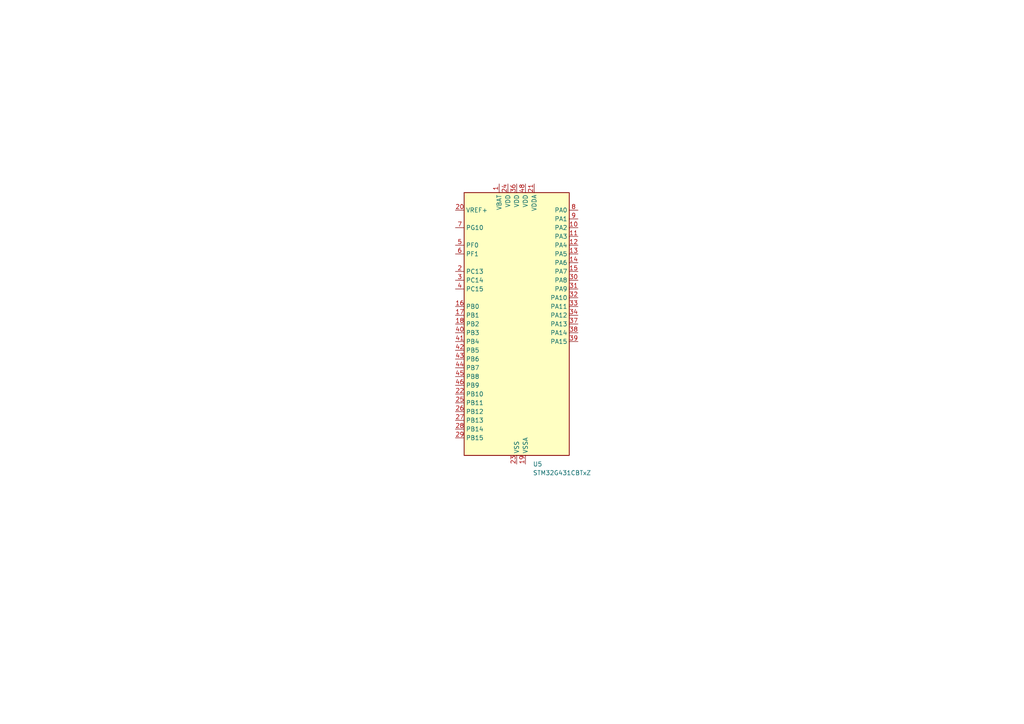
<source format=kicad_sch>
(kicad_sch (version 20250114) (generator "eeschema") (generator_version "9.0")
  (paper "A4")
  (lib_symbols
    (symbol "MCU_ST_STM32G4:STM32G431CBTxZ"
      (property "Reference" "U" (at -15.24 39.37 0))
      (property "Value" "STM32G431CBTxZ" (at 7.62 39.37 0))
      (symbol "STM32G431CBTxZ_0_1"
        (rectangle (start -15.24 -38.1) (end 15.24 38.1) (stroke (width 0.254)) (fill (type background)))
      )
      (symbol "STM32G431CBTxZ_1_1"
        (pin input line (at -17.78 33.02 0) (length 2.54) (name "VREF+") (number "20"))
        (pin bidirectional line (at -17.78 27.94 0) (length 2.54) (name "PG10") (number "7"))
        (pin bidirectional line (at -17.78 22.86 0) (length 2.54) (name "PF0") (number "5"))
        (pin bidirectional line (at -17.78 20.32 0) (length 2.54) (name "PF1") (number "6"))
        (pin bidirectional line (at -17.78 15.24 0) (length 2.54) (name "PC13") (number "2"))
        (pin bidirectional line (at -17.78 12.7 0) (length 2.54) (name "PC14") (number "3"))
        (pin bidirectional line (at -17.78 10.16 0) (length 2.54) (name "PC15") (number "4"))
        (pin bidirectional line (at -17.78 5.08 0) (length 2.54) (name "PB0") (number "16"))
        (pin bidirectional line (at -17.78 2.54 0) (length 2.54) (name "PB1") (number "17"))
        (pin bidirectional line (at -17.78 0 0) (length 2.54) (name "PB2") (number "18"))
        (pin bidirectional line (at -17.78 -2.54 0) (length 2.54) (name "PB3") (number "40"))
        (pin bidirectional line (at -17.78 -5.08 0) (length 2.54) (name "PB4") (number "41"))
        (pin bidirectional line (at -17.78 -7.62 0) (length 2.54) (name "PB5") (number "42"))
        (pin bidirectional line (at -17.78 -10.16 0) (length 2.54) (name "PB6") (number "43"))
        (pin bidirectional line (at -17.78 -12.7 0) (length 2.54) (name "PB7") (number "44"))
        (pin bidirectional line (at -17.78 -15.24 0) (length 2.54) (name "PB8") (number "45"))
        (pin bidirectional line (at -17.78 -17.78 0) (length 2.54) (name "PB9") (number "46"))
        (pin bidirectional line (at -17.78 -20.32 0) (length 2.54) (name "PB10") (number "22"))
        (pin bidirectional line (at -17.78 -22.86 0) (length 2.54) (name "PB11") (number "25"))
        (pin bidirectional line (at -17.78 -25.4 0) (length 2.54) (name "PB12") (number "26"))
        (pin bidirectional line (at -17.78 -27.94 0) (length 2.54) (name "PB13") (number "27"))
        (pin bidirectional line (at -17.78 -30.48 0) (length 2.54) (name "PB14") (number "28"))
        (pin bidirectional line (at -17.78 -33.02 0) (length 2.54) (name "PB15") (number "29"))
        (pin power_in line (at -5.08 40.64 270) (length 2.54) (name "VBAT") (number "1"))
        (pin power_in line (at -2.54 40.64 270) (length 2.54) (name "VDD") (number "24"))
        (pin power_in line (at 0 40.64 270) (length 2.54) (name "VDD") (number "36"))
        (pin power_in line (at 0 -40.64 90) (length 2.54) (name "VSS") (number "23"))
        (pin passive line (at 0 -40.64 90) (length 2.54) (hide yes) (name "VSS") (number "35"))
        (pin passive line (at 0 -40.64 90) (length 2.54) (hide yes) (name "VSS") (number "47"))
        (pin power_in line (at 2.54 40.64 270) (length 2.54) (name "VDD") (number "48"))
        (pin power_in line (at 2.54 -40.64 90) (length 2.54) (name "VSSA") (number "19"))
        (pin power_in line (at 5.08 40.64 270) (length 2.54) (name "VDDA") (number "21"))
        (pin bidirectional line (at 17.78 33.02 180) (length 2.54) (name "PA0") (number "8"))
        (pin bidirectional line (at 17.78 30.48 180) (length 2.54) (name "PA1") (number "9"))
        (pin bidirectional line (at 17.78 27.94 180) (length 2.54) (name "PA2") (number "10"))
        (pin bidirectional line (at 17.78 25.4 180) (length 2.54) (name "PA3") (number "11"))
        (pin bidirectional line (at 17.78 22.86 180) (length 2.54) (name "PA4") (number "12"))
        (pin bidirectional line (at 17.78 20.32 180) (length 2.54) (name "PA5") (number "13"))
        (pin bidirectional line (at 17.78 17.78 180) (length 2.54) (name "PA6") (number "14"))
        (pin bidirectional line (at 17.78 15.24 180) (length 2.54) (name "PA7") (number "15"))
        (pin bidirectional line (at 17.78 12.7 180) (length 2.54) (name "PA8") (number "30"))
        (pin bidirectional line (at 17.78 10.16 180) (length 2.54) (name "PA9") (number "31"))
        (pin bidirectional line (at 17.78 7.62 180) (length 2.54) (name "PA10") (number "32"))
        (pin bidirectional line (at 17.78 5.08 180) (length 2.54) (name "PA11") (number "33"))
        (pin bidirectional line (at 17.78 2.54 180) (length 2.54) (name "PA12") (number "34"))
        (pin bidirectional line (at 17.78 0 180) (length 2.54) (name "PA13") (number "37"))
        (pin bidirectional line (at 17.78 -2.54 180) (length 2.54) (name "PA14") (number "38"))
        (pin bidirectional line (at 17.78 -5.08 180) (length 2.54) (name "PA15") (number "39"))
      )
    )
  )
  (symbol (lib_id "MCU_ST_STM32G4:STM32G431CBTxZ") (at 149.86 93.98 0) (unit 1)
    (property "Reference" "U5" (at 154.5433 134.62 0) (effects (justify left)))
    (property "Value" "STM32G431CBTxZ" (at 154.5433 137.16 0) (effects (justify left)))
    (property "Footprint" "Package_QFP:LQFP-48_7x7mm_P0.5mm" (effects (hide yes)))
    (property "Datasheet" "https://www.st.com/resource/en/datasheet/stm32g431cb.pdf" (effects (hide yes)))
    (property "Description" "STMicroelectronics Arm Cortex-M4 MCU, 128KB flash, 32KB RAM, 170 MHz, 1.71-3.6V, 38 GPIO, LQFP48" (effects (hide yes)))
  )
)
</source>
